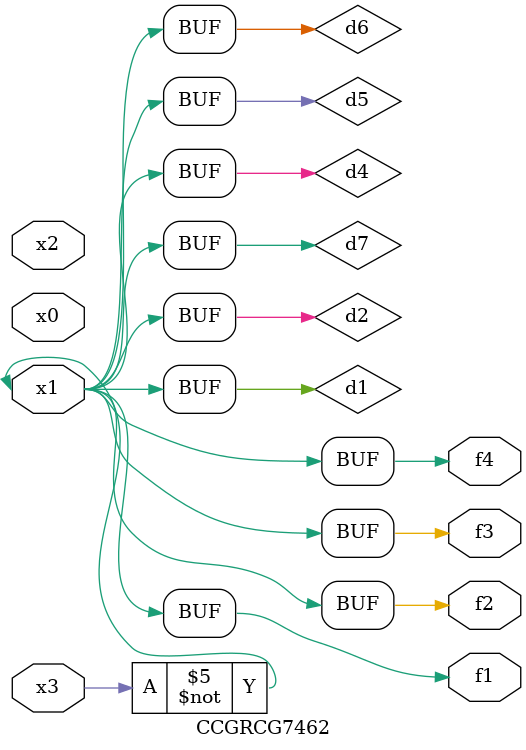
<source format=v>
module CCGRCG7462(
	input x0, x1, x2, x3,
	output f1, f2, f3, f4
);

	wire d1, d2, d3, d4, d5, d6, d7;

	not (d1, x3);
	buf (d2, x1);
	xnor (d3, d1, d2);
	nor (d4, d1);
	buf (d5, d1, d2);
	buf (d6, d4, d5);
	nand (d7, d4);
	assign f1 = d6;
	assign f2 = d7;
	assign f3 = d6;
	assign f4 = d6;
endmodule

</source>
